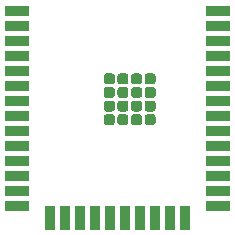
<source format=gbr>
%TF.GenerationSoftware,KiCad,Pcbnew,(5.1.9-0-10_14)*%
%TF.CreationDate,2021-05-22T15:23:55+01:00*%
%TF.ProjectId,Battery,42617474-6572-4792-9e6b-696361645f70,12*%
%TF.SameCoordinates,Original*%
%TF.FileFunction,Paste,Bot*%
%TF.FilePolarity,Positive*%
%FSLAX46Y46*%
G04 Gerber Fmt 4.6, Leading zero omitted, Abs format (unit mm)*
G04 Created by KiCad (PCBNEW (5.1.9-0-10_14)) date 2021-05-22 15:23:55*
%MOMM*%
%LPD*%
G01*
G04 APERTURE LIST*
%ADD10R,2.000000X0.900000*%
%ADD11R,0.900000X2.000000*%
G04 APERTURE END LIST*
%TO.C,U1*%
G36*
G01*
X128750000Y-105432500D02*
X128750000Y-105897500D01*
G75*
G02*
X128517500Y-106130000I-232500J0D01*
G01*
X128052500Y-106130000D01*
G75*
G02*
X127820000Y-105897500I0J232500D01*
G01*
X127820000Y-105432500D01*
G75*
G02*
X128052500Y-105200000I232500J0D01*
G01*
X128517500Y-105200000D01*
G75*
G02*
X128750000Y-105432500I0J-232500D01*
G01*
G37*
G36*
G01*
X129900000Y-108882500D02*
X129900000Y-109347500D01*
G75*
G02*
X129667500Y-109580000I-232500J0D01*
G01*
X129202500Y-109580000D01*
G75*
G02*
X128970000Y-109347500I0J232500D01*
G01*
X128970000Y-108882500D01*
G75*
G02*
X129202500Y-108650000I232500J0D01*
G01*
X129667500Y-108650000D01*
G75*
G02*
X129900000Y-108882500I0J-232500D01*
G01*
G37*
G36*
G01*
X129900000Y-107732500D02*
X129900000Y-108197500D01*
G75*
G02*
X129667500Y-108430000I-232500J0D01*
G01*
X129202500Y-108430000D01*
G75*
G02*
X128970000Y-108197500I0J232500D01*
G01*
X128970000Y-107732500D01*
G75*
G02*
X129202500Y-107500000I232500J0D01*
G01*
X129667500Y-107500000D01*
G75*
G02*
X129900000Y-107732500I0J-232500D01*
G01*
G37*
G36*
G01*
X129900000Y-106582500D02*
X129900000Y-107047500D01*
G75*
G02*
X129667500Y-107280000I-232500J0D01*
G01*
X129202500Y-107280000D01*
G75*
G02*
X128970000Y-107047500I0J232500D01*
G01*
X128970000Y-106582500D01*
G75*
G02*
X129202500Y-106350000I232500J0D01*
G01*
X129667500Y-106350000D01*
G75*
G02*
X129900000Y-106582500I0J-232500D01*
G01*
G37*
G36*
G01*
X129900000Y-105432500D02*
X129900000Y-105897500D01*
G75*
G02*
X129667500Y-106130000I-232500J0D01*
G01*
X129202500Y-106130000D01*
G75*
G02*
X128970000Y-105897500I0J232500D01*
G01*
X128970000Y-105432500D01*
G75*
G02*
X129202500Y-105200000I232500J0D01*
G01*
X129667500Y-105200000D01*
G75*
G02*
X129900000Y-105432500I0J-232500D01*
G01*
G37*
G36*
G01*
X126450000Y-108882500D02*
X126450000Y-109347500D01*
G75*
G02*
X126217500Y-109580000I-232500J0D01*
G01*
X125752500Y-109580000D01*
G75*
G02*
X125520000Y-109347500I0J232500D01*
G01*
X125520000Y-108882500D01*
G75*
G02*
X125752500Y-108650000I232500J0D01*
G01*
X126217500Y-108650000D01*
G75*
G02*
X126450000Y-108882500I0J-232500D01*
G01*
G37*
G36*
G01*
X126450000Y-107732500D02*
X126450000Y-108197500D01*
G75*
G02*
X126217500Y-108430000I-232500J0D01*
G01*
X125752500Y-108430000D01*
G75*
G02*
X125520000Y-108197500I0J232500D01*
G01*
X125520000Y-107732500D01*
G75*
G02*
X125752500Y-107500000I232500J0D01*
G01*
X126217500Y-107500000D01*
G75*
G02*
X126450000Y-107732500I0J-232500D01*
G01*
G37*
G36*
G01*
X126450000Y-106582500D02*
X126450000Y-107047500D01*
G75*
G02*
X126217500Y-107280000I-232500J0D01*
G01*
X125752500Y-107280000D01*
G75*
G02*
X125520000Y-107047500I0J232500D01*
G01*
X125520000Y-106582500D01*
G75*
G02*
X125752500Y-106350000I232500J0D01*
G01*
X126217500Y-106350000D01*
G75*
G02*
X126450000Y-106582500I0J-232500D01*
G01*
G37*
G36*
G01*
X126450000Y-105432500D02*
X126450000Y-105897500D01*
G75*
G02*
X126217500Y-106130000I-232500J0D01*
G01*
X125752500Y-106130000D01*
G75*
G02*
X125520000Y-105897500I0J232500D01*
G01*
X125520000Y-105432500D01*
G75*
G02*
X125752500Y-105200000I232500J0D01*
G01*
X126217500Y-105200000D01*
G75*
G02*
X126450000Y-105432500I0J-232500D01*
G01*
G37*
G36*
G01*
X127600000Y-108882500D02*
X127600000Y-109347500D01*
G75*
G02*
X127367500Y-109580000I-232500J0D01*
G01*
X126902500Y-109580000D01*
G75*
G02*
X126670000Y-109347500I0J232500D01*
G01*
X126670000Y-108882500D01*
G75*
G02*
X126902500Y-108650000I232500J0D01*
G01*
X127367500Y-108650000D01*
G75*
G02*
X127600000Y-108882500I0J-232500D01*
G01*
G37*
G36*
G01*
X127600000Y-107732500D02*
X127600000Y-108197500D01*
G75*
G02*
X127367500Y-108430000I-232500J0D01*
G01*
X126902500Y-108430000D01*
G75*
G02*
X126670000Y-108197500I0J232500D01*
G01*
X126670000Y-107732500D01*
G75*
G02*
X126902500Y-107500000I232500J0D01*
G01*
X127367500Y-107500000D01*
G75*
G02*
X127600000Y-107732500I0J-232500D01*
G01*
G37*
G36*
G01*
X127600000Y-106582500D02*
X127600000Y-107047500D01*
G75*
G02*
X127367500Y-107280000I-232500J0D01*
G01*
X126902500Y-107280000D01*
G75*
G02*
X126670000Y-107047500I0J232500D01*
G01*
X126670000Y-106582500D01*
G75*
G02*
X126902500Y-106350000I232500J0D01*
G01*
X127367500Y-106350000D01*
G75*
G02*
X127600000Y-106582500I0J-232500D01*
G01*
G37*
G36*
G01*
X127600000Y-105432500D02*
X127600000Y-105897500D01*
G75*
G02*
X127367500Y-106130000I-232500J0D01*
G01*
X126902500Y-106130000D01*
G75*
G02*
X126670000Y-105897500I0J232500D01*
G01*
X126670000Y-105432500D01*
G75*
G02*
X126902500Y-105200000I232500J0D01*
G01*
X127367500Y-105200000D01*
G75*
G02*
X127600000Y-105432500I0J-232500D01*
G01*
G37*
G36*
G01*
X128750000Y-108882500D02*
X128750000Y-109347500D01*
G75*
G02*
X128517500Y-109580000I-232500J0D01*
G01*
X128052500Y-109580000D01*
G75*
G02*
X127820000Y-109347500I0J232500D01*
G01*
X127820000Y-108882500D01*
G75*
G02*
X128052500Y-108650000I232500J0D01*
G01*
X128517500Y-108650000D01*
G75*
G02*
X128750000Y-108882500I0J-232500D01*
G01*
G37*
G36*
G01*
X128750000Y-107732500D02*
X128750000Y-108197500D01*
G75*
G02*
X128517500Y-108430000I-232500J0D01*
G01*
X128052500Y-108430000D01*
G75*
G02*
X127820000Y-108197500I0J232500D01*
G01*
X127820000Y-107732500D01*
G75*
G02*
X128052500Y-107500000I232500J0D01*
G01*
X128517500Y-107500000D01*
G75*
G02*
X128750000Y-107732500I0J-232500D01*
G01*
G37*
G36*
G01*
X128750000Y-106582500D02*
X128750000Y-107047500D01*
G75*
G02*
X128517500Y-107280000I-232500J0D01*
G01*
X128052500Y-107280000D01*
G75*
G02*
X127820000Y-107047500I0J232500D01*
G01*
X127820000Y-106582500D01*
G75*
G02*
X128052500Y-106350000I232500J0D01*
G01*
X128517500Y-106350000D01*
G75*
G02*
X128750000Y-106582500I0J-232500D01*
G01*
G37*
D10*
X118200000Y-99895000D03*
X118200000Y-101165000D03*
X118200000Y-102435000D03*
X118200000Y-103705000D03*
X118200000Y-104975000D03*
X118200000Y-106245000D03*
X118200000Y-107515000D03*
X118200000Y-108785000D03*
X118200000Y-110055000D03*
X118200000Y-111325000D03*
X118200000Y-112595000D03*
X118200000Y-113865000D03*
X118200000Y-115135000D03*
X118200000Y-116405000D03*
D11*
X120985000Y-117405000D03*
X122255000Y-117405000D03*
X123525000Y-117405000D03*
X124795000Y-117405000D03*
X126065000Y-117405000D03*
X127335000Y-117405000D03*
X128605000Y-117405000D03*
X129875000Y-117405000D03*
X131145000Y-117405000D03*
X132415000Y-117405000D03*
D10*
X135200000Y-116405000D03*
X135200000Y-115135000D03*
X135200000Y-113865000D03*
X135200000Y-112595000D03*
X135200000Y-111325000D03*
X135200000Y-110055000D03*
X135200000Y-108785000D03*
X135200000Y-107515000D03*
X135200000Y-106245000D03*
X135200000Y-104975000D03*
X135200000Y-103705000D03*
X135200000Y-102435000D03*
X135200000Y-101165000D03*
X135200000Y-99895000D03*
%TD*%
M02*

</source>
